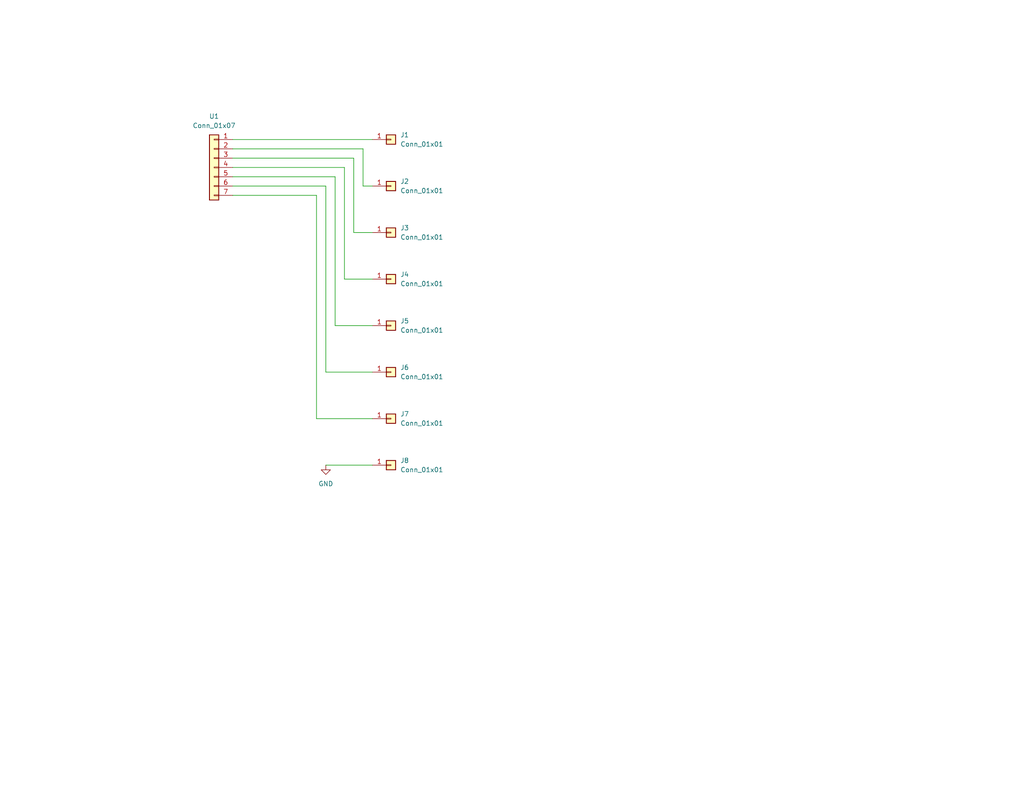
<source format=kicad_sch>
(kicad_sch (version 20230121) (generator eeschema)
  (paper "USLetter")
  (lib_symbols
    (symbol "Connector_Generic:Conn_01x01" (pin_names (offset 1.016) hide)
      (property "Reference" "J" (at 0 2.54 0))
      (property "Value" "Conn_01x01" (at 0 -2.54 0))
      (symbol "Conn_01x01_1_1"
        (rectangle (start -1.27 0.127) (end 0 -0.127) (stroke (width 0.1524)))
        (rectangle (start -1.27 1.27) (end 1.27 -1.27) (stroke (width 0.254)) (fill (type background)))
        (pin passive line (at -5.08 0 0) (length 3.81) (name "Pin_1") (number "1"))
      )
    )
    (symbol "Connector_Generic:Conn_01x07" (pin_names (offset 1.016) hide)
      (property "Reference" "J" (at 0 10.16 0))
      (property "Value" "Conn_01x07" (at 0 -10.16 0))
      (symbol "Conn_01x07_1_1"
        (rectangle (start -1.27 -7.493) (end 0 -7.747) (stroke (width 0.1524)))
        (rectangle (start -1.27 -4.953) (end 0 -5.207) (stroke (width 0.1524)))
        (rectangle (start -1.27 -2.413) (end 0 -2.667) (stroke (width 0.1524)))
        (rectangle (start -1.27 0.127) (end 0 -0.127) (stroke (width 0.1524)))
        (rectangle (start -1.27 2.667) (end 0 2.413) (stroke (width 0.1524)))
        (rectangle (start -1.27 5.207) (end 0 4.953) (stroke (width 0.1524)))
        (rectangle (start -1.27 7.747) (end 0 7.493) (stroke (width 0.1524)))
        (rectangle (start -1.27 8.89) (end 1.27 -8.89) (stroke (width 0.254)) (fill (type background)))
        (pin passive line (at -5.08 7.62 0) (length 3.81) (name "Pin_1") (number "1"))
        (pin passive line (at -5.08 5.08 0) (length 3.81) (name "Pin_2") (number "2"))
        (pin passive line (at -5.08 2.54 0) (length 3.81) (name "Pin_3") (number "3"))
        (pin passive line (at -5.08 0 0) (length 3.81) (name "Pin_4") (number "4"))
        (pin passive line (at -5.08 -2.54 0) (length 3.81) (name "Pin_5") (number "5"))
        (pin passive line (at -5.08 -5.08 0) (length 3.81) (name "Pin_6") (number "6"))
        (pin passive line (at -5.08 -7.62 0) (length 3.81) (name "Pin_7") (number "7"))
      )
    )
    (symbol "power:GND" (power) (pin_names (offset 0))
      (property "Value" "GND" (at 0 -3.81 0))
      (symbol "GND_0_1"
        (polyline (pts (xy 0 0) (xy 0 -1.27) (xy 1.27 -1.27) (xy 0 -2.54) (xy -1.27 -1.27) (xy 0 -1.27)))
      )
      (symbol "GND_1_1"
        (pin power_in line (at 0 0 270) (length 0) hide (name "GND") (number "1"))
      )
    )
  )
  (wire (pts (xy 93.98 45.72) (xy 93.98 76.2)))
  (wire (pts (xy 63.5 53.34) (xy 86.36 53.34)))
  (wire (pts (xy 96.52 43.18) (xy 96.52 63.5)))
  (wire (pts (xy 63.5 50.8) (xy 88.9 50.8)))
  (wire (pts (xy 88.9 101.6) (xy 101.6 101.6)))
  (wire (pts (xy 99.06 50.8) (xy 101.6 50.8)))
  (wire (pts (xy 91.44 48.26) (xy 91.44 88.9)))
  (wire (pts (xy 88.9 50.8) (xy 88.9 101.6)))
  (wire (pts (xy 93.98 76.2) (xy 101.6 76.2)))
  (wire (pts (xy 63.5 38.1) (xy 101.6 38.1)))
  (wire (pts (xy 63.5 45.72) (xy 93.98 45.72)))
  (wire (pts (xy 99.06 40.64) (xy 99.06 50.8)))
  (wire (pts (xy 63.5 48.26) (xy 91.44 48.26)))
  (wire (pts (xy 88.9 127) (xy 101.6 127)))
  (wire (pts (xy 86.36 114.3) (xy 101.6 114.3)))
  (wire (pts (xy 91.44 88.9) (xy 101.6 88.9)))
  (wire (pts (xy 86.36 53.34) (xy 86.36 114.3)))
  (wire (pts (xy 63.5 40.64) (xy 99.06 40.64)))
  (wire (pts (xy 63.5 43.18) (xy 96.52 43.18)))
  (wire (pts (xy 96.52 63.5) (xy 101.6 63.5)))
  (symbol (lib_id "Connector_Generic:Conn_01x01") (at 106.68 50.8 0) (unit 1)
    (property "Reference" "J2" (at 109.22 49.53 0) (effects (justify left)))
    (property "Value" "Conn_01x01" (at 109.22 52.07 0) (effects (justify left)))
    (property "Footprint" "Connector:Banana_Jack_1Pin" (effects hide))
  )
  (symbol (lib_id "Connector_Generic:Conn_01x01") (at 106.68 88.9 0) (unit 1)
    (property "Reference" "J5" (at 109.22 87.63 0) (effects (justify left)))
    (property "Value" "Conn_01x01" (at 109.22 90.17 0) (effects (justify left)))
    (property "Footprint" "Connector:Banana_Jack_1Pin" (effects hide))
  )
  (symbol (lib_id "Connector_Generic:Conn_01x01") (at 106.68 127 0) (unit 1)
    (property "Reference" "J8" (at 109.22 125.73 0) (effects (justify left)))
    (property "Value" "Conn_01x01" (at 109.22 128.27 0) (effects (justify left)))
    (property "Footprint" "Connector:Banana_Jack_1Pin" (effects hide))
  )
  (symbol (lib_id "Connector_Generic:Conn_01x01") (at 106.68 63.5 0) (unit 1)
    (property "Reference" "J3" (at 109.22 62.23 0) (effects (justify left)))
    (property "Value" "Conn_01x01" (at 109.22 64.77 0) (effects (justify left)))
    (property "Footprint" "Connector:Banana_Jack_1Pin" (effects hide))
  )
  (symbol (lib_id "Connector_Generic:Conn_01x07") (at 58.42 45.72 0) (mirror y) (unit 1)
    (property "Reference" "U1" (at 58.42 31.75 0))
    (property "Value" "Conn_01x07" (at 58.42 34.29 0))
    (property "Footprint" "Package_TO_SOT_SMD:TO-263-7_TabPin4" (effects hide))
  )
  (symbol (lib_id "Connector_Generic:Conn_01x01") (at 106.68 76.2 0) (unit 1)
    (property "Reference" "J4" (at 109.22 74.93 0) (effects (justify left)))
    (property "Value" "Conn_01x01" (at 109.22 77.47 0) (effects (justify left)))
    (property "Footprint" "Connector:Banana_Jack_1Pin" (effects hide))
  )
  (symbol (lib_id "Connector_Generic:Conn_01x01") (at 106.68 101.6 0) (unit 1)
    (property "Reference" "J6" (at 109.22 100.33 0) (effects (justify left)))
    (property "Value" "Conn_01x01" (at 109.22 102.87 0) (effects (justify left)))
    (property "Footprint" "Connector:Banana_Jack_1Pin" (effects hide))
  )
  (symbol (lib_id "Connector_Generic:Conn_01x01") (at 106.68 114.3 0) (unit 1)
    (property "Reference" "J7" (at 109.22 113.03 0) (effects (justify left)))
    (property "Value" "Conn_01x01" (at 109.22 115.57 0) (effects (justify left)))
    (property "Footprint" "Connector:Banana_Jack_1Pin" (effects hide))
  )
  (symbol (lib_id "power:GND") (at 88.9 127 0) (unit 1)
    (property "Reference" "#PWR01" (effects hide))
    (property "Value" "GND" (at 88.9 132.08 0))
  )
  (symbol (lib_id "Connector_Generic:Conn_01x01") (at 106.68 38.1 0) (unit 1)
    (property "Reference" "J1" (at 109.22 36.83 0) (effects (justify left)))
    (property "Value" "Conn_01x01" (at 109.22 39.37 0) (effects (justify left)))
    (property "Footprint" "Connector:Banana_Jack_1Pin" (effects hide))
  )
)
</source>
